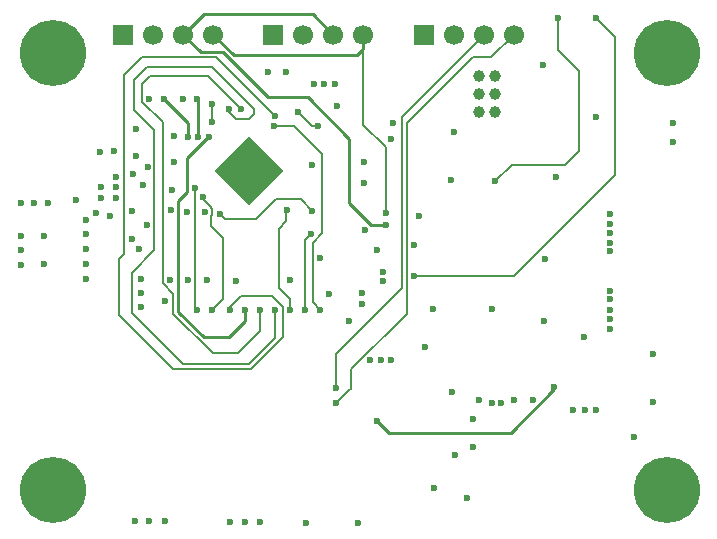
<source format=gbr>
%TF.GenerationSoftware,KiCad,Pcbnew,9.0.3*%
%TF.CreationDate,2025-07-17T21:10:23+02:00*%
%TF.ProjectId,LoRa_Project,4c6f5261-5f50-4726-9f6a-6563742e6b69,rev?*%
%TF.SameCoordinates,Original*%
%TF.FileFunction,Copper,L4,Bot*%
%TF.FilePolarity,Positive*%
%FSLAX46Y46*%
G04 Gerber Fmt 4.6, Leading zero omitted, Abs format (unit mm)*
G04 Created by KiCad (PCBNEW 9.0.3) date 2025-07-17 21:10:23*
%MOMM*%
%LPD*%
G01*
G04 APERTURE LIST*
G04 Aperture macros list*
%AMRotRect*
0 Rectangle, with rotation*
0 The origin of the aperture is its center*
0 $1 length*
0 $2 width*
0 $3 Rotation angle, in degrees counterclockwise*
0 Add horizontal line*
21,1,$1,$2,0,0,$3*%
G04 Aperture macros list end*
%TA.AperFunction,ComponentPad*%
%ADD10C,5.600000*%
%TD*%
%TA.AperFunction,ComponentPad*%
%ADD11R,1.700000X1.700000*%
%TD*%
%TA.AperFunction,ComponentPad*%
%ADD12C,1.700000*%
%TD*%
%TA.AperFunction,HeatsinkPad*%
%ADD13C,0.500000*%
%TD*%
%TA.AperFunction,HeatsinkPad*%
%ADD14RotRect,4.100000X4.100000X225.000000*%
%TD*%
%TA.AperFunction,ViaPad*%
%ADD15C,0.600000*%
%TD*%
%TA.AperFunction,ViaPad*%
%ADD16C,1.000000*%
%TD*%
%TA.AperFunction,Conductor*%
%ADD17C,0.200000*%
%TD*%
%TA.AperFunction,Conductor*%
%ADD18C,0.250000*%
%TD*%
G04 APERTURE END LIST*
D10*
%TO.P,H1,1*%
%TO.N,GND*%
X194000000Y-56000000D03*
%TD*%
D11*
%TO.P,J3,1,Pin_1*%
%TO.N,+3V3*%
X212690000Y-54500000D03*
D12*
%TO.P,J3,2,Pin_2*%
%TO.N,GND*%
X215230000Y-54500000D03*
%TO.P,J3,3,Pin_3*%
%TO.N,I2C_SDA*%
X217770000Y-54500000D03*
%TO.P,J3,4,Pin_4*%
%TO.N,I2C_SCL*%
X220310000Y-54500000D03*
%TD*%
D10*
%TO.P,H3,1*%
%TO.N,GND*%
X194000000Y-93000000D03*
%TD*%
D13*
%TO.P,U5,49,VSS*%
%TO.N,GND*%
X213187184Y-66030330D03*
X212338656Y-65181802D03*
X211490128Y-64333274D03*
X210641600Y-63484746D03*
X212338656Y-66878858D03*
X211490128Y-66030330D03*
X210641600Y-65181802D03*
X209793072Y-64333274D03*
D14*
X210641600Y-66030330D03*
D13*
X211490128Y-67727386D03*
X210641600Y-66878858D03*
X209793072Y-66030330D03*
X208944544Y-65181802D03*
X210641600Y-68575914D03*
X209793072Y-67727386D03*
X208944544Y-66878858D03*
X208096016Y-66030330D03*
%TD*%
D10*
%TO.P,H2,1*%
%TO.N,GND*%
X245999999Y-56000001D03*
%TD*%
D11*
%TO.P,J6,1,Pin_1*%
%TO.N,+3V3*%
X225420001Y-54500000D03*
D12*
%TO.P,J6,2,Pin_2*%
%TO.N,GND*%
X227960001Y-54500000D03*
%TO.P,J6,3,Pin_3*%
%TO.N,SWD_CLK*%
X230500001Y-54500000D03*
%TO.P,J6,4,Pin_4*%
%TO.N,SWD_IO*%
X233040001Y-54500000D03*
%TD*%
D11*
%TO.P,J1,1,Pin_1*%
%TO.N,+3V3*%
X200000000Y-54500000D03*
D12*
%TO.P,J1,2,Pin_2*%
%TO.N,GND*%
X202540000Y-54500000D03*
%TO.P,J1,3,Pin_3*%
%TO.N,I2C_SDA*%
X205080000Y-54500000D03*
%TO.P,J1,4,Pin_4*%
%TO.N,I2C_SCL*%
X207620000Y-54500000D03*
%TD*%
D10*
%TO.P,H4,1*%
%TO.N,GND*%
X245999999Y-92999999D03*
%TD*%
D15*
%TO.N,*%
X225000000Y-69800000D03*
%TO.N,VBUS*%
X241200000Y-76900000D03*
X241200000Y-72100000D03*
X241200000Y-72800000D03*
X229600000Y-87000000D03*
X241200000Y-76200000D03*
%TO.N,GND*%
X201500000Y-75200000D03*
X205400000Y-69500000D03*
X244850000Y-81500000D03*
X201300000Y-72600000D03*
X205500000Y-75300000D03*
X241200000Y-70500000D03*
X198000000Y-64400000D03*
X202100000Y-65700000D03*
X218100000Y-60500000D03*
X201500000Y-76400000D03*
X241200000Y-77800000D03*
X233100000Y-85400000D03*
X201100000Y-62500000D03*
X201000000Y-95634999D03*
X203950000Y-75300000D03*
X199400000Y-66500000D03*
X200700000Y-71800000D03*
X196800000Y-71400000D03*
X244850000Y-85550000D03*
X206900000Y-69500000D03*
X241200000Y-69700000D03*
X241200000Y-78600000D03*
X211600000Y-95734999D03*
X239100000Y-86300000D03*
X191300000Y-68700000D03*
X238100000Y-86300000D03*
X239000000Y-80100000D03*
X196800000Y-72600000D03*
X213800000Y-57650000D03*
X241200000Y-71300000D03*
X202000000Y-70600000D03*
X196800000Y-73900000D03*
X191300000Y-72700000D03*
X224600000Y-72300000D03*
X203500000Y-95634999D03*
X191300000Y-71500000D03*
X227800000Y-84700000D03*
X228000000Y-62700000D03*
X220400000Y-67050000D03*
X240000000Y-86300000D03*
X200700000Y-69400000D03*
X199400000Y-67400000D03*
X235650000Y-78700000D03*
X196800000Y-75200000D03*
X229600000Y-89400000D03*
X210300000Y-95734999D03*
X193600000Y-68700000D03*
X222800000Y-62000000D03*
X246500000Y-63600000D03*
X196800000Y-70200000D03*
X219900000Y-95800000D03*
X217400000Y-76406249D03*
X204100000Y-67600000D03*
X222675000Y-63325000D03*
X199400000Y-68300000D03*
X203500000Y-77000000D03*
X207050000Y-75300000D03*
X201700000Y-67200000D03*
X228100000Y-90100000D03*
X200800000Y-66300000D03*
X198100000Y-67400000D03*
X199200000Y-64300000D03*
X229100000Y-93700000D03*
X221950000Y-75350000D03*
X204000000Y-69300000D03*
X192400000Y-68700000D03*
X219100000Y-78700000D03*
X227700000Y-66800000D03*
X198100000Y-68300000D03*
X198900000Y-69800000D03*
X240000000Y-61500000D03*
X231212500Y-77700000D03*
X230100000Y-85400000D03*
X202200000Y-95634999D03*
X220400000Y-65300000D03*
X214100000Y-75293749D03*
X241200000Y-79400000D03*
X196000000Y-68500000D03*
X191300000Y-74000000D03*
X209069999Y-95769999D03*
X193300000Y-71500000D03*
X193300000Y-73900000D03*
X236650000Y-66550000D03*
X221500000Y-72700000D03*
X201100000Y-64800000D03*
X222000000Y-74600000D03*
X234700000Y-85400000D03*
X201500000Y-77528517D03*
X197700000Y-69600000D03*
X209500000Y-75350000D03*
X235700000Y-73450000D03*
X220456248Y-71000000D03*
%TO.N,+3V3*%
X204250000Y-63050000D03*
X205050000Y-59900000D03*
D16*
X230100000Y-59500000D03*
D15*
X215500000Y-95800000D03*
D16*
X230100000Y-61000000D03*
D15*
X226300000Y-92900000D03*
X216000000Y-65550000D03*
X216650000Y-73400000D03*
D16*
X231500000Y-61000000D03*
D15*
X235550000Y-57050000D03*
D16*
X230100000Y-58000000D03*
D15*
X243250000Y-88550000D03*
X212250000Y-57650000D03*
X204250000Y-65300000D03*
D16*
X231500000Y-58000000D03*
D15*
X226225000Y-77725000D03*
X202200000Y-59900000D03*
D16*
X231500000Y-59500000D03*
D15*
%TO.N,+BATT*%
X220200000Y-76400000D03*
X231200000Y-85700000D03*
X220200000Y-77300000D03*
X225500000Y-80900000D03*
X232000000Y-85700000D03*
%TO.N,/nRF52840 and LoRa/DEC4_6*%
X216000000Y-69400000D03*
X208200000Y-69700000D03*
%TO.N,/Peripherals/RXLED*%
X231500000Y-66900000D03*
X236800000Y-53100000D03*
%TO.N,/Peripherals/TXLED*%
X240000000Y-53100000D03*
X224600000Y-74900000D03*
%TO.N,I2C_SDA*%
X203400000Y-59900000D03*
X222200000Y-70600000D03*
X205500000Y-63150000D03*
%TO.N,I2C_SCL*%
X206350000Y-63150000D03*
X222200000Y-69600000D03*
X206250000Y-59900000D03*
%TO.N,/nRF52840 and LoRa/LORA_SPI_CS*%
X212800000Y-61350000D03*
X209069999Y-77800000D03*
%TO.N,/nRF52840 and LoRa/SPI_SCK*%
X210340000Y-77800000D03*
X207250000Y-63150000D03*
%TO.N,/nRF52840 and LoRa/LORA_BUSY*%
X215420000Y-77800001D03*
X215899265Y-71400735D03*
%TO.N,/nRF52840 and LoRa/LORA_IRQ*%
X216690000Y-77800000D03*
X212775000Y-62225000D03*
%TO.N,/nRF52840 and LoRa/SPI_MISO*%
X212880000Y-77800000D03*
X208950000Y-60800000D03*
%TO.N,/nRF52840 and LoRa/LORA_NRST*%
X214150000Y-77800000D03*
X213825000Y-69350000D03*
%TO.N,/nRF52840 and LoRa/SPI_MOSI*%
X211610000Y-77800000D03*
X210000000Y-60800000D03*
%TO.N,SWD_IO*%
X206100000Y-67500000D03*
X218000000Y-85700000D03*
X206200000Y-77800000D03*
%TO.N,SWD_CLK*%
X206700000Y-68200000D03*
X218000000Y-84400000D03*
X207500000Y-77800000D03*
%TO.N,Net-(U4-STAT)*%
X221500000Y-87200000D03*
X236500000Y-84300000D03*
%TO.N,Net-(U5-~{RESET})*%
X207475000Y-60350000D03*
X246500000Y-62000000D03*
X207475000Y-61875000D03*
%TO.N,UART_TXD*%
X214800000Y-61000000D03*
X216500000Y-62200000D03*
%TO.N,/Power/V_SW*%
X222650000Y-82050000D03*
X216150000Y-58700000D03*
X221775000Y-82050000D03*
X220900000Y-82050000D03*
X217025000Y-58700000D03*
X217900000Y-58700000D03*
%TD*%
D17*
%TO.N,/nRF52840 and LoRa/DEC4_6*%
X215000000Y-68400000D02*
X216000000Y-69400000D01*
X211200000Y-70100000D02*
X212900000Y-68400000D01*
X208200000Y-69700000D02*
X208600000Y-70100000D01*
X212900000Y-68400000D02*
X215000000Y-68400000D01*
X208600000Y-70100000D02*
X211200000Y-70100000D01*
%TO.N,/Peripherals/RXLED*%
X236800000Y-55800000D02*
X236800000Y-53100000D01*
X232900000Y-65500000D02*
X237400000Y-65500000D01*
X238600000Y-64300000D02*
X238600000Y-57600000D01*
X231500000Y-66900000D02*
X232900000Y-65500000D01*
X238600000Y-57600000D02*
X236800000Y-55800000D01*
X237400000Y-65500000D02*
X238600000Y-64300000D01*
%TO.N,/Peripherals/TXLED*%
X233100000Y-74900000D02*
X224700000Y-74900000D01*
X240000000Y-53100000D02*
X241600000Y-54700000D01*
X241600000Y-66400000D02*
X233100000Y-74900000D01*
X241600000Y-54700000D02*
X241600000Y-66400000D01*
D18*
%TO.N,I2C_SDA*%
X216019999Y-52750000D02*
X217769999Y-54500000D01*
X205500000Y-62000000D02*
X205500000Y-63150000D01*
X215600000Y-59800000D02*
X219100000Y-63300000D01*
X219100000Y-63300000D02*
X219100000Y-68750000D01*
X220950000Y-70600000D02*
X222200000Y-70600000D01*
X212282190Y-59800000D02*
X215600000Y-59800000D01*
X206829999Y-52750000D02*
X216019999Y-52750000D01*
X206553999Y-55974000D02*
X208456190Y-55974000D01*
X205079999Y-54500000D02*
X206829999Y-52750000D01*
X219100000Y-68750000D02*
X220950000Y-70600000D01*
X203400000Y-59900000D02*
X205500000Y-62000000D01*
X208456190Y-55974000D02*
X212282190Y-59800000D01*
X205079999Y-54500000D02*
X206553999Y-55974000D01*
%TO.N,I2C_SCL*%
X220310000Y-55450000D02*
X220310000Y-55690000D01*
D17*
X220310000Y-62110000D02*
X220310000Y-55450000D01*
D18*
X206350000Y-63150000D02*
X206350000Y-60000000D01*
X209370000Y-56250000D02*
X207620000Y-54500000D01*
X220310000Y-55690000D02*
X219750000Y-56250000D01*
D17*
X222200000Y-69600000D02*
X222200000Y-64000000D01*
D18*
X206350000Y-60000000D02*
X206250000Y-59900000D01*
X220310000Y-54500000D02*
X220310000Y-55450000D01*
X219750000Y-56250000D02*
X209370000Y-56250000D01*
D17*
X222200000Y-64000000D02*
X220310000Y-62110000D01*
%TO.N,/nRF52840 and LoRa/LORA_SPI_CS*%
X213550000Y-77575000D02*
X213550000Y-80052100D01*
X209069999Y-77505001D02*
X209925000Y-76650000D01*
X199650000Y-73500000D02*
X200062500Y-73087500D01*
X210801100Y-82801000D02*
X204226000Y-82801000D01*
X199650000Y-78225000D02*
X199650000Y-73500000D01*
X204226000Y-82801000D02*
X199650000Y-78225000D01*
X201550000Y-56400000D02*
X207850000Y-56400000D01*
X209069999Y-77800000D02*
X209069999Y-77505001D01*
X209925000Y-76650000D02*
X212625000Y-76650000D01*
X200050000Y-57900000D02*
X201550000Y-56400000D01*
X200050000Y-73075000D02*
X200050000Y-57900000D01*
X207850000Y-56400000D02*
X212800000Y-61350000D01*
X213550000Y-80052100D02*
X210801100Y-82801000D01*
X200062500Y-73087500D02*
X200050000Y-73075000D01*
X212625000Y-76650000D02*
X213550000Y-77575000D01*
D18*
%TO.N,/nRF52840 and LoRa/SPI_SCK*%
X210340000Y-78710000D02*
X208950000Y-80100000D01*
X206800000Y-80100000D02*
X204650000Y-77950000D01*
X204650000Y-68550000D02*
X205400000Y-67800000D01*
X204650000Y-77950000D02*
X204650000Y-68550000D01*
X205400000Y-64900000D02*
X207100000Y-63200000D01*
X205400000Y-67800000D02*
X205400000Y-64900000D01*
X208950000Y-80100000D02*
X206800000Y-80100000D01*
X210340000Y-77800000D02*
X210340000Y-78710000D01*
D17*
%TO.N,/nRF52840 and LoRa/LORA_BUSY*%
X215899265Y-71400735D02*
X215420000Y-71880000D01*
X215420000Y-71880000D02*
X215420000Y-77800001D01*
%TO.N,/nRF52840 and LoRa/LORA_IRQ*%
X216049000Y-77159000D02*
X216049000Y-72100943D01*
X216850000Y-71299943D02*
X216850000Y-64600000D01*
X216690000Y-77800000D02*
X216049000Y-77159000D01*
X214450000Y-62200000D02*
X212750000Y-62200000D01*
X216049000Y-72100943D02*
X216850000Y-71299943D01*
X214450000Y-62200000D02*
X216850000Y-64600000D01*
%TO.N,/nRF52840 and LoRa/SPI_MISO*%
X200900000Y-58350000D02*
X200900000Y-60825000D01*
X208950000Y-60800000D02*
X208950000Y-61050000D01*
X200900000Y-60825000D02*
X202600000Y-62525000D01*
X212862500Y-80137500D02*
X212880000Y-80155000D01*
X202600000Y-72750000D02*
X200725000Y-74625000D01*
X210600000Y-61600000D02*
X210625000Y-61625000D01*
X205075000Y-82400000D02*
X210600000Y-82400000D01*
X211025000Y-60750000D02*
X207525000Y-57250000D01*
X200700000Y-74625000D02*
X200700000Y-78025000D01*
X202600000Y-62525000D02*
X202600000Y-72750000D01*
X210600000Y-82400000D02*
X212862500Y-80137500D01*
X212880000Y-80155000D02*
X212880000Y-77800000D01*
X207525000Y-57250000D02*
X202000000Y-57250000D01*
X211025000Y-61225000D02*
X211025000Y-60750000D01*
X200700000Y-78025000D02*
X205075000Y-82400000D01*
X209500000Y-61600000D02*
X210600000Y-61600000D01*
X210625000Y-61625000D02*
X211025000Y-61225000D01*
X208950000Y-61050000D02*
X209500000Y-61600000D01*
X202000000Y-57250000D02*
X200900000Y-58350000D01*
%TO.N,/nRF52840 and LoRa/LORA_NRST*%
X214150000Y-77800000D02*
X214150000Y-76900000D01*
X213175000Y-70900000D02*
X213800000Y-70275000D01*
X213175000Y-75925000D02*
X213175000Y-70900000D01*
X213800000Y-70275000D02*
X213800000Y-69600000D01*
X214150000Y-76900000D02*
X213175000Y-75925000D01*
%TO.N,/nRF52840 and LoRa/SPI_MOSI*%
X203349000Y-61898943D02*
X201599000Y-60148943D01*
X209700000Y-81475000D02*
X207572546Y-81475000D01*
X202225000Y-58000000D02*
X207200000Y-58000000D01*
X211610000Y-79565000D02*
X209700000Y-81475000D01*
X203349000Y-75548943D02*
X203349000Y-61898943D01*
X204224000Y-76423943D02*
X203349000Y-75548943D01*
X211610000Y-77800000D02*
X211610000Y-79565000D01*
X201599000Y-58626000D02*
X202225000Y-58000000D01*
X204224000Y-78126454D02*
X204224000Y-76423943D01*
X201599000Y-60148943D02*
X201599000Y-58626000D01*
X207572546Y-81475000D02*
X204224000Y-78126454D01*
X207200000Y-58000000D02*
X210000000Y-60800000D01*
%TO.N,SWD_IO*%
X219300000Y-82800057D02*
X223999000Y-78101057D01*
X217900000Y-85800000D02*
X218000000Y-85700000D01*
X219200000Y-84500000D02*
X219300000Y-84500000D01*
X219300000Y-84500000D02*
X219300000Y-82800057D01*
X206100000Y-77700000D02*
X206200000Y-77800000D01*
X229600000Y-56400000D02*
X231140001Y-56400000D01*
X218000000Y-85700000D02*
X219200000Y-84500000D01*
X206100000Y-67500000D02*
X206100000Y-77700000D01*
X223999000Y-78101057D02*
X223999000Y-62001000D01*
X223999000Y-62001000D02*
X229600000Y-56400000D01*
X231140001Y-56400000D02*
X233040001Y-54500000D01*
%TO.N,SWD_CLK*%
X223551000Y-75949000D02*
X218000000Y-81500000D01*
X207400000Y-69100000D02*
X206700000Y-68400000D01*
X208400000Y-71700000D02*
X207400000Y-70700000D01*
X207501000Y-69748943D02*
X207501000Y-69251057D01*
X207400000Y-69150057D02*
X207400000Y-69100000D01*
X218000000Y-81500000D02*
X218000000Y-84400000D01*
X206700000Y-68400000D02*
X206700000Y-68200000D01*
X223551000Y-61449000D02*
X223551000Y-75949000D01*
X207400000Y-69849943D02*
X207501000Y-69748943D01*
X207500000Y-77800000D02*
X208400000Y-76900000D01*
X230500000Y-54500000D02*
X223551000Y-61449000D01*
X207501000Y-69251057D02*
X207400000Y-69150057D01*
X208400000Y-76900000D02*
X208400000Y-71700000D01*
X207400000Y-70700000D02*
X207400000Y-69849943D01*
D18*
%TO.N,Net-(U4-STAT)*%
X222500000Y-88200000D02*
X232785298Y-88200000D01*
X221500000Y-87200000D02*
X222500000Y-88200000D01*
X236500000Y-84485298D02*
X236500000Y-84300000D01*
X232785298Y-88200000D02*
X236500000Y-84485298D01*
D17*
%TO.N,Net-(U5-~{RESET})*%
X207475000Y-60350000D02*
X207475000Y-61875000D01*
%TO.N,UART_TXD*%
X214800000Y-61000000D02*
X216000000Y-62200000D01*
X216000000Y-62200000D02*
X216500000Y-62200000D01*
%TD*%
M02*

</source>
